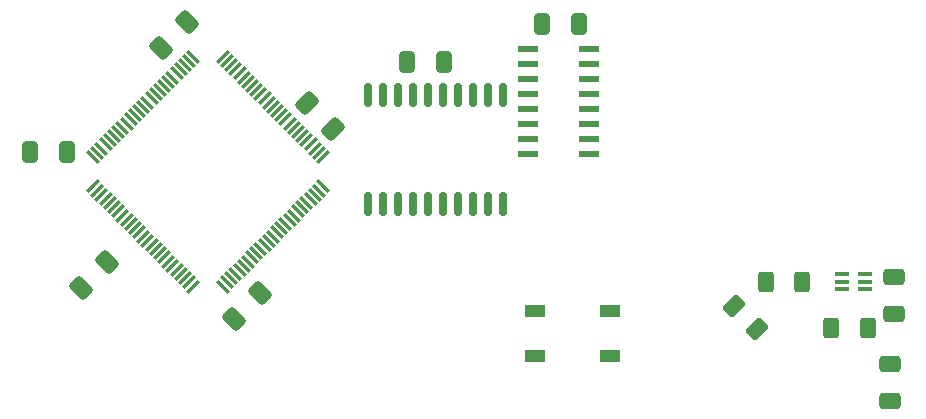
<source format=gbr>
%TF.GenerationSoftware,KiCad,Pcbnew,6.0.2+dfsg-1*%
%TF.CreationDate,2024-03-03T12:29:16-06:00*%
%TF.ProjectId,rc-duino,72632d64-7569-46e6-9f2e-6b696361645f,rev?*%
%TF.SameCoordinates,Original*%
%TF.FileFunction,Paste,Top*%
%TF.FilePolarity,Positive*%
%FSLAX46Y46*%
G04 Gerber Fmt 4.6, Leading zero omitted, Abs format (unit mm)*
G04 Created by KiCad (PCBNEW 6.0.2+dfsg-1) date 2024-03-03 12:29:16*
%MOMM*%
%LPD*%
G01*
G04 APERTURE LIST*
G04 Aperture macros list*
%AMRoundRect*
0 Rectangle with rounded corners*
0 $1 Rounding radius*
0 $2 $3 $4 $5 $6 $7 $8 $9 X,Y pos of 4 corners*
0 Add a 4 corners polygon primitive as box body*
4,1,4,$2,$3,$4,$5,$6,$7,$8,$9,$2,$3,0*
0 Add four circle primitives for the rounded corners*
1,1,$1+$1,$2,$3*
1,1,$1+$1,$4,$5*
1,1,$1+$1,$6,$7*
1,1,$1+$1,$8,$9*
0 Add four rect primitives between the rounded corners*
20,1,$1+$1,$2,$3,$4,$5,0*
20,1,$1+$1,$4,$5,$6,$7,0*
20,1,$1+$1,$6,$7,$8,$9,0*
20,1,$1+$1,$8,$9,$2,$3,0*%
%AMRotRect*
0 Rectangle, with rotation*
0 The origin of the aperture is its center*
0 $1 length*
0 $2 width*
0 $3 Rotation angle, in degrees counterclockwise*
0 Add horizontal line*
21,1,$1,$2,0,0,$3*%
G04 Aperture macros list end*
%ADD10RoundRect,0.150000X0.150000X-0.875000X0.150000X0.875000X-0.150000X0.875000X-0.150000X-0.875000X0*%
%ADD11RoundRect,0.250000X-0.412500X-0.650000X0.412500X-0.650000X0.412500X0.650000X-0.412500X0.650000X0*%
%ADD12RotRect,0.279400X1.435100X135.000000*%
%ADD13RotRect,0.279400X1.435100X45.000000*%
%ADD14RoundRect,0.250000X-0.167938X0.751301X-0.751301X0.167938X0.167938X-0.751301X0.751301X-0.167938X0*%
%ADD15RoundRect,0.250000X-0.650000X0.412500X-0.650000X-0.412500X0.650000X-0.412500X0.650000X0.412500X0*%
%ADD16R,1.700000X1.000000*%
%ADD17RoundRect,0.250000X-0.751301X-0.167938X-0.167938X-0.751301X0.751301X0.167938X0.167938X0.751301X0*%
%ADD18R,1.701800X0.533400*%
%ADD19RoundRect,0.250000X-0.400000X-0.625000X0.400000X-0.625000X0.400000X0.625000X-0.400000X0.625000X0*%
%ADD20RoundRect,0.250000X0.400000X0.625000X-0.400000X0.625000X-0.400000X-0.625000X0.400000X-0.625000X0*%
%ADD21RoundRect,0.250000X0.707107X0.176777X0.176777X0.707107X-0.707107X-0.176777X-0.176777X-0.707107X0*%
%ADD22RoundRect,0.250000X0.167938X-0.751301X0.751301X-0.167938X-0.167938X0.751301X-0.751301X0.167938X0*%
%ADD23RoundRect,0.250000X0.412500X0.650000X-0.412500X0.650000X-0.412500X-0.650000X0.412500X-0.650000X0*%
%ADD24R,1.168400X0.355600*%
G04 APERTURE END LIST*
D10*
%TO.C,U5*%
X102158800Y-65318506D03*
X103428800Y-65318506D03*
X104698800Y-65318506D03*
X105968800Y-65318506D03*
X107238800Y-65318506D03*
X108508800Y-65318506D03*
X109778800Y-65318506D03*
X111048800Y-65318506D03*
X112318800Y-65318506D03*
X113588800Y-65318506D03*
X113588800Y-56018506D03*
X112318800Y-56018506D03*
X111048800Y-56018506D03*
X109778800Y-56018506D03*
X108508800Y-56018506D03*
X107238800Y-56018506D03*
X105968800Y-56018506D03*
X104698800Y-56018506D03*
X103428800Y-56018506D03*
X102158800Y-56018506D03*
%TD*%
D11*
%TO.C,C13*%
X105510800Y-53263800D03*
X108635800Y-53263800D03*
%TD*%
D12*
%TO.C,U2*%
X78913720Y-63796891D03*
X79267275Y-64150446D03*
X79620827Y-64503999D03*
X79974380Y-64857551D03*
X80327934Y-65211105D03*
X80681487Y-65564658D03*
X81035042Y-65918213D03*
X81388594Y-66271766D03*
X81742147Y-66625318D03*
X82095701Y-66978872D03*
X82449254Y-67332425D03*
X82802807Y-67685978D03*
X83156361Y-68039533D03*
X83509914Y-68393085D03*
X83863469Y-68746640D03*
X84217022Y-69100193D03*
X84570574Y-69453745D03*
X84924128Y-69807300D03*
X85277681Y-70160852D03*
X85631236Y-70514407D03*
X85984789Y-70867960D03*
X86338341Y-71221512D03*
X86691895Y-71575067D03*
X87045448Y-71928619D03*
X87399003Y-72282174D03*
D13*
X89896573Y-72282174D03*
X90250128Y-71928619D03*
X90603681Y-71575067D03*
X90957233Y-71221514D03*
X91310787Y-70867960D03*
X91664340Y-70514407D03*
X92017895Y-70160852D03*
X92371448Y-69807300D03*
X92725000Y-69453747D03*
X93078554Y-69100193D03*
X93432107Y-68746640D03*
X93785662Y-68393085D03*
X94139215Y-68039533D03*
X94492767Y-67685980D03*
X94846322Y-67332425D03*
X95199875Y-66978872D03*
X95553429Y-66625318D03*
X95906982Y-66271766D03*
X96260534Y-65918213D03*
X96614089Y-65564658D03*
X96967642Y-65211105D03*
X97321196Y-64857551D03*
X97674749Y-64503999D03*
X98028301Y-64150446D03*
X98381856Y-63796891D03*
D12*
X98381856Y-61299321D03*
X98028301Y-60945766D03*
X97674749Y-60592213D03*
X97321196Y-60238661D03*
X96967642Y-59885107D03*
X96614089Y-59531554D03*
X96260534Y-59177999D03*
X95906982Y-58824446D03*
X95553429Y-58470894D03*
X95199875Y-58117340D03*
X94846322Y-57763787D03*
X94492767Y-57410232D03*
X94139215Y-57056679D03*
X93785662Y-56703127D03*
X93432107Y-56349572D03*
X93078554Y-55996019D03*
X92725000Y-55642465D03*
X92371448Y-55288912D03*
X92017895Y-54935360D03*
X91664340Y-54581805D03*
X91310787Y-54228252D03*
X90957233Y-53874698D03*
X90603681Y-53521145D03*
X90250128Y-53167593D03*
X89896573Y-52814038D03*
D13*
X87399003Y-52814038D03*
X87045448Y-53167593D03*
X86691895Y-53521145D03*
X86338343Y-53874698D03*
X85984789Y-54228252D03*
X85631236Y-54581805D03*
X85277681Y-54935360D03*
X84924128Y-55288912D03*
X84570576Y-55642465D03*
X84217022Y-55996019D03*
X83863469Y-56349572D03*
X83509914Y-56703127D03*
X83156361Y-57056679D03*
X82802809Y-57410232D03*
X82449254Y-57763787D03*
X82095701Y-58117340D03*
X81742147Y-58470894D03*
X81388594Y-58824446D03*
X81035042Y-59177999D03*
X80681487Y-59531554D03*
X80327934Y-59885107D03*
X79974380Y-60238661D03*
X79620827Y-60592213D03*
X79267275Y-60945766D03*
X78913720Y-61299321D03*
%TD*%
D14*
%TO.C,C4*%
X93054642Y-72797052D03*
X90844934Y-75006760D03*
%TD*%
D15*
%TO.C,C7*%
X146405600Y-78853900D03*
X146405600Y-81978900D03*
%TD*%
D16*
%TO.C,Reset*%
X116358788Y-74313306D03*
X122658788Y-74313306D03*
X116358788Y-78113306D03*
X122658788Y-78113306D03*
%TD*%
D11*
%TO.C,C8*%
X73559388Y-60846306D03*
X76684388Y-60846306D03*
%TD*%
D17*
%TO.C,C3*%
X97042534Y-56744252D03*
X99252242Y-58953960D03*
%TD*%
D18*
%TO.C,U3*%
X115722600Y-52134106D03*
X115722600Y-53404106D03*
X115722600Y-54674106D03*
X115722600Y-55944106D03*
X115722600Y-57214106D03*
X115722600Y-58484106D03*
X115722600Y-59754106D03*
X115722600Y-61024106D03*
X120929600Y-61024106D03*
X120929600Y-59754106D03*
X120929600Y-58484106D03*
X120929600Y-57214106D03*
X120929600Y-55944106D03*
X120929600Y-54674106D03*
X120929600Y-53404106D03*
X120929600Y-52134106D03*
%TD*%
D19*
%TO.C,R1*%
X141426600Y-75742800D03*
X144526600Y-75742800D03*
%TD*%
D20*
%TO.C,R4*%
X138964000Y-71895306D03*
X135864000Y-71895306D03*
%TD*%
D15*
%TO.C,C9*%
X146685000Y-71432700D03*
X146685000Y-74557700D03*
%TD*%
D21*
%TO.C,D1*%
X135154537Y-75857055D03*
X133174639Y-73877157D03*
%TD*%
D22*
%TO.C,C2*%
X84621934Y-52070560D03*
X86831642Y-49860852D03*
%TD*%
D23*
%TO.C,C11*%
X120078900Y-50076706D03*
X116953900Y-50076706D03*
%TD*%
D24*
%TO.C,U4*%
X142328900Y-71219907D03*
X142328900Y-71869906D03*
X142328900Y-72519905D03*
X144284700Y-72519905D03*
X144284700Y-71869906D03*
X144284700Y-71219907D03*
%TD*%
D14*
%TO.C,C1*%
X80073454Y-70218346D03*
X77863746Y-72428054D03*
%TD*%
M02*

</source>
